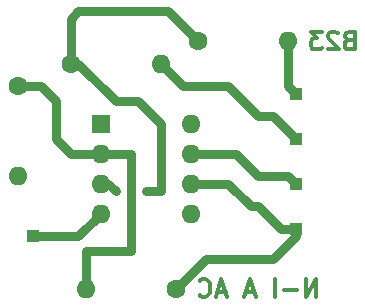
<source format=gbr>
G04 #@! TF.FileFunction,Copper,L2,Bot,Signal*
%FSLAX46Y46*%
G04 Gerber Fmt 4.6, Leading zero omitted, Abs format (unit mm)*
G04 Created by KiCad (PCBNEW 4.0.7) date 01/30/19 19:44:05*
%MOMM*%
%LPD*%
G01*
G04 APERTURE LIST*
%ADD10C,0.100000*%
%ADD11C,0.300000*%
%ADD12R,1.000000X1.000000*%
%ADD13C,1.600000*%
%ADD14O,1.600000X1.600000*%
%ADD15R,1.600000X1.600000*%
%ADD16C,0.600000*%
%ADD17C,0.750000*%
G04 APERTURE END LIST*
D10*
D11*
X163007857Y-97198571D02*
X163007857Y-95698571D01*
X162150714Y-97198571D01*
X162150714Y-95698571D01*
X161436428Y-96627143D02*
X160293571Y-96627143D01*
X159579285Y-97198571D02*
X159579285Y-95698571D01*
X157793571Y-96770000D02*
X157079285Y-96770000D01*
X157936428Y-97198571D02*
X157436428Y-95698571D01*
X156936428Y-97198571D01*
X155365000Y-96770000D02*
X154650714Y-96770000D01*
X155507857Y-97198571D02*
X155007857Y-95698571D01*
X154507857Y-97198571D01*
X153150714Y-97055714D02*
X153222143Y-97127143D01*
X153436429Y-97198571D01*
X153579286Y-97198571D01*
X153793571Y-97127143D01*
X153936429Y-96984286D01*
X154007857Y-96841429D01*
X154079286Y-96555714D01*
X154079286Y-96341429D01*
X154007857Y-96055714D01*
X153936429Y-95912857D01*
X153793571Y-95770000D01*
X153579286Y-95698571D01*
X153436429Y-95698571D01*
X153222143Y-95770000D01*
X153150714Y-95841429D01*
X165786428Y-75457857D02*
X165572142Y-75529286D01*
X165500714Y-75600714D01*
X165429285Y-75743571D01*
X165429285Y-75957857D01*
X165500714Y-76100714D01*
X165572142Y-76172143D01*
X165715000Y-76243571D01*
X166286428Y-76243571D01*
X166286428Y-74743571D01*
X165786428Y-74743571D01*
X165643571Y-74815000D01*
X165572142Y-74886429D01*
X165500714Y-75029286D01*
X165500714Y-75172143D01*
X165572142Y-75315000D01*
X165643571Y-75386429D01*
X165786428Y-75457857D01*
X166286428Y-75457857D01*
X164857857Y-74886429D02*
X164786428Y-74815000D01*
X164643571Y-74743571D01*
X164286428Y-74743571D01*
X164143571Y-74815000D01*
X164072142Y-74886429D01*
X164000714Y-75029286D01*
X164000714Y-75172143D01*
X164072142Y-75386429D01*
X164929285Y-76243571D01*
X164000714Y-76243571D01*
X163500714Y-74743571D02*
X162572143Y-74743571D01*
X163072143Y-75315000D01*
X162857857Y-75315000D01*
X162715000Y-75386429D01*
X162643571Y-75457857D01*
X162572143Y-75600714D01*
X162572143Y-75957857D01*
X162643571Y-76100714D01*
X162715000Y-76172143D01*
X162857857Y-76243571D01*
X163286429Y-76243571D01*
X163429286Y-76172143D01*
X163500714Y-76100714D01*
D12*
X161290000Y-87630000D03*
X139065000Y-92075000D03*
X161290000Y-91440000D03*
D13*
X153035000Y-75565000D03*
D14*
X160655000Y-75565000D03*
D13*
X142240000Y-77470000D03*
D14*
X149860000Y-77470000D03*
D13*
X137795000Y-79375000D03*
D14*
X137795000Y-86995000D03*
D13*
X151130000Y-96520000D03*
D14*
X143510000Y-96520000D03*
D15*
X144780000Y-82550000D03*
D14*
X152400000Y-90170000D03*
X144780000Y-85090000D03*
X152400000Y-87630000D03*
X144780000Y-87630000D03*
X152400000Y-85090000D03*
X144780000Y-90170000D03*
X152400000Y-82550000D03*
D12*
X161290000Y-80010000D03*
X161290000Y-83820000D03*
D16*
X146050000Y-88265000D03*
X148590000Y-88265000D03*
D17*
X152400000Y-85090000D02*
X156210000Y-85090000D01*
X160655000Y-86995000D02*
X161290000Y-87630000D01*
X158115000Y-86995000D02*
X160655000Y-86995000D01*
X156210000Y-85090000D02*
X158115000Y-86995000D01*
X139065000Y-92075000D02*
X142875000Y-92075000D01*
X142875000Y-92075000D02*
X144780000Y-90170000D01*
X151130000Y-96520000D02*
X153670000Y-93980000D01*
X161290000Y-92075000D02*
X161290000Y-91440000D01*
X159385000Y-93980000D02*
X161290000Y-92075000D01*
X154305000Y-93980000D02*
X159385000Y-93980000D01*
X153670000Y-93980000D02*
X154305000Y-93980000D01*
X152400000Y-87630000D02*
X155575000Y-87630000D01*
X160020000Y-91440000D02*
X161290000Y-91440000D01*
X158115000Y-89535000D02*
X160020000Y-91440000D01*
X157480000Y-89535000D02*
X158115000Y-89535000D01*
X155575000Y-87630000D02*
X157480000Y-89535000D01*
X142240000Y-77470000D02*
X142875000Y-77470000D01*
X142875000Y-77470000D02*
X146050000Y-80645000D01*
X146050000Y-88265000D02*
X145415000Y-87630000D01*
X149860000Y-88265000D02*
X148590000Y-88265000D01*
X149860000Y-82550000D02*
X149860000Y-88265000D01*
X147955000Y-80645000D02*
X149860000Y-82550000D01*
X146050000Y-80645000D02*
X147955000Y-80645000D01*
X145415000Y-87630000D02*
X144780000Y-87630000D01*
X142240000Y-77470000D02*
X142240000Y-73660000D01*
X150495000Y-73025000D02*
X153035000Y-75565000D01*
X142875000Y-73025000D02*
X150495000Y-73025000D01*
X142240000Y-73660000D02*
X142875000Y-73025000D01*
X160655000Y-75565000D02*
X160655000Y-79375000D01*
X160655000Y-79375000D02*
X161290000Y-80010000D01*
X149860000Y-77470000D02*
X151765000Y-79375000D01*
X159385000Y-81915000D02*
X161290000Y-83820000D01*
X158115000Y-81915000D02*
X159385000Y-81915000D01*
X155575000Y-79375000D02*
X158115000Y-81915000D01*
X151765000Y-79375000D02*
X155575000Y-79375000D01*
X144780000Y-85090000D02*
X147320000Y-85090000D01*
X143510000Y-93345000D02*
X143510000Y-96520000D01*
X147320000Y-93345000D02*
X143510000Y-93345000D01*
X147320000Y-85090000D02*
X147320000Y-93345000D01*
X137795000Y-79375000D02*
X139700000Y-79375000D01*
X142240000Y-85090000D02*
X144780000Y-85090000D01*
X140970000Y-83820000D02*
X142240000Y-85090000D01*
X140970000Y-80645000D02*
X140970000Y-83820000D01*
X139700000Y-79375000D02*
X140970000Y-80645000D01*
M02*

</source>
